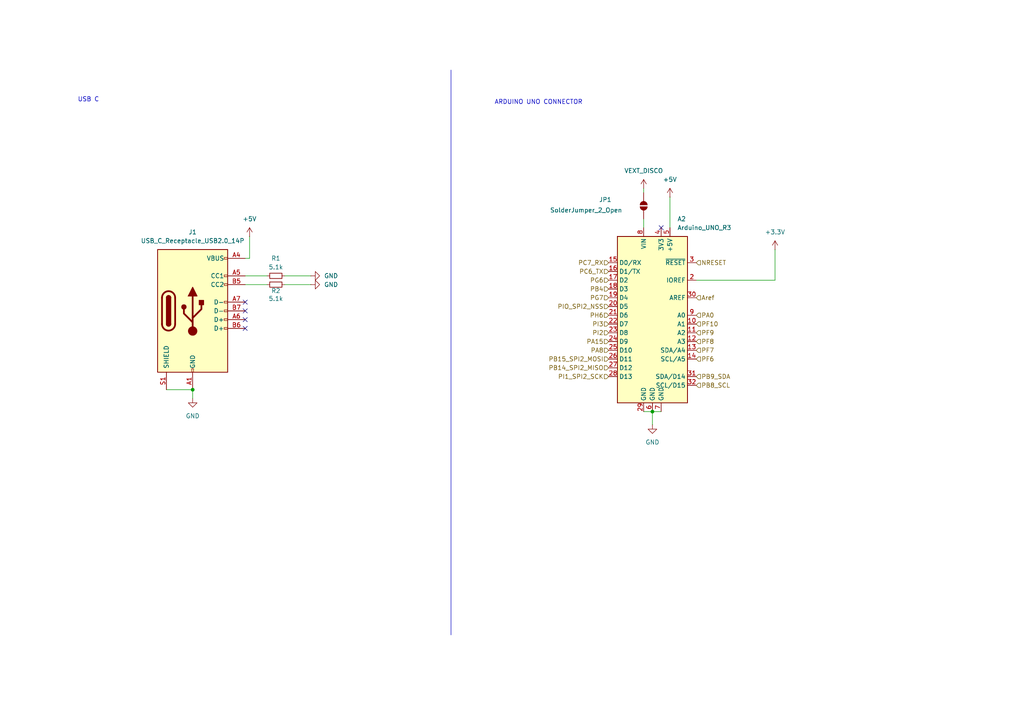
<source format=kicad_sch>
(kicad_sch (version 20250114) (generator "eeschema") (generator_version "9.0")
  (paper "A4")
  (lib_symbols
    (symbol "Connector:USB_C_Receptacle_USB2.0_14P" (pin_names (offset 1.016))
      (property "Reference" "J" (at 0 22.225 0))
      (property "Value" "USB_C_Receptacle_USB2.0_14P" (at 0 19.685 0))
      (symbol "USB_C_Receptacle_USB2.0_14P_0_0"
        (rectangle (start -0.254 -17.78) (end 0.254 -16.764))
        (rectangle (start 10.16 15.494) (end 9.144 14.986))
        (rectangle (start 10.16 10.414) (end 9.144 9.906))
        (rectangle (start 10.16 7.874) (end 9.144 7.366))
        (rectangle (start 10.16 2.794) (end 9.144 2.286))
        (rectangle (start 10.16 0.254) (end 9.144 -0.254))
        (rectangle (start 10.16 -2.286) (end 9.144 -2.794))
        (rectangle (start 10.16 -4.826) (end 9.144 -5.334))
      )
      (symbol "USB_C_Receptacle_USB2.0_14P_0_1"
        (rectangle (start -10.16 17.78) (end 10.16 -17.78) (stroke (width 0.254)) (fill (type background)))
        (polyline (pts (xy -8.89 -3.81) (xy -8.89 3.81)) (stroke (width 0.508)))
        (rectangle (start -7.62 -3.81) (end -6.35 3.81) (stroke (width 0.254)) (fill (type outline)))
        (arc (start -7.62 3.81) (mid -6.985 4.4423) (end -6.35 3.81) (stroke (width 0.254)))
        (arc (start -7.62 3.81) (mid -6.985 4.4423) (end -6.35 3.81) (stroke (width 0.254)) (fill (type outline)))
        (arc (start -8.89 3.81) (mid -6.985 5.7067) (end -5.08 3.81) (stroke (width 0.508)))
        (arc (start -5.08 -3.81) (mid -6.985 -5.7067) (end -8.89 -3.81) (stroke (width 0.508)))
        (arc (start -6.35 -3.81) (mid -6.985 -4.4423) (end -7.62 -3.81) (stroke (width 0.254)))
        (arc (start -6.35 -3.81) (mid -6.985 -4.4423) (end -7.62 -3.81) (stroke (width 0.254)) (fill (type outline)))
        (polyline (pts (xy -5.08 3.81) (xy -5.08 -3.81)) (stroke (width 0.508)))
        (circle (center -2.54 1.143) (radius 0.635) (stroke (width 0.254)) (fill (type outline)))
        (polyline (pts (xy -1.27 4.318) (xy 0 6.858) (xy 1.27 4.318) (xy -1.27 4.318)) (stroke (width 0.254)) (fill (type outline)))
        (polyline (pts (xy 0 -2.032) (xy 2.54 0.508) (xy 2.54 1.778)) (stroke (width 0.508)))
        (polyline (pts (xy 0 -3.302) (xy -2.54 -0.762) (xy -2.54 0.508)) (stroke (width 0.508)))
        (polyline (pts (xy 0 -5.842) (xy 0 4.318)) (stroke (width 0.508)))
        (circle (center 0 -5.842) (radius 1.27) (fill (type outline)))
        (rectangle (start 1.905 1.778) (end 3.175 3.048) (stroke (width 0.254)) (fill (type outline)))
      )
      (symbol "USB_C_Receptacle_USB2.0_14P_1_1"
        (pin passive line (at -7.62 -22.86 90) (length 5.08) (name "SHIELD") (number "S1"))
        (pin passive line (at 0 -22.86 90) (length 5.08) (name "GND") (number "A1"))
        (pin passive line (at 0 -22.86 90) (length 5.08) (hide yes) (name "GND") (number "A12"))
        (pin passive line (at 0 -22.86 90) (length 5.08) (hide yes) (name "GND") (number "B1"))
        (pin passive line (at 0 -22.86 90) (length 5.08) (hide yes) (name "GND") (number "B12"))
        (pin passive line (at 15.24 15.24 180) (length 5.08) (name "VBUS") (number "A4"))
        (pin passive line (at 15.24 15.24 180) (length 5.08) (hide yes) (name "VBUS") (number "A9"))
        (pin passive line (at 15.24 15.24 180) (length 5.08) (hide yes) (name "VBUS") (number "B4"))
        (pin passive line (at 15.24 15.24 180) (length 5.08) (hide yes) (name "VBUS") (number "B9"))
        (pin bidirectional line (at 15.24 10.16 180) (length 5.08) (name "CC1") (number "A5"))
        (pin bidirectional line (at 15.24 7.62 180) (length 5.08) (name "CC2") (number "B5"))
        (pin bidirectional line (at 15.24 2.54 180) (length 5.08) (name "D-") (number "A7"))
        (pin bidirectional line (at 15.24 0 180) (length 5.08) (name "D-") (number "B7"))
        (pin bidirectional line (at 15.24 -2.54 180) (length 5.08) (name "D+") (number "A6"))
        (pin bidirectional line (at 15.24 -5.08 180) (length 5.08) (name "D+") (number "B6"))
      )
    )
    (symbol "Device:R_Small" (pin_numbers (hide yes)) (pin_names (offset 0.254) (hide yes))
      (property "Reference" "R" (at 0.762 0.508 0))
      (property "Value" "R_Small" (at 0.762 -1.016 0))
      (symbol "R_Small_0_1"
        (rectangle (start -0.762 1.778) (end 0.762 -1.778) (stroke (width 0.2032)))
      )
      (symbol "R_Small_1_1"
        (pin passive line (at 0 2.54 270) (length 0.762) (name "~") (number "1"))
        (pin passive line (at 0 -2.54 90) (length 0.762) (name "~") (number "2"))
      )
    )
    (symbol "Jumper:SolderJumper_2_Open" (pin_numbers (hide yes)) (pin_names (offset 0) (hide yes)) (exclude_from_sim yes) (in_bom no)
      (property "Reference" "JP" (at 0 2.032 0))
      (property "Value" "SolderJumper_2_Open" (at 0 -2.54 0))
      (symbol "SolderJumper_2_Open_0_1"
        (polyline (pts (xy -0.254 1.016) (xy -0.254 -1.016)))
        (arc (start -0.254 -1.016) (mid -1.2656 0) (end -0.254 1.016))
        (arc (start -0.254 -1.016) (mid -1.2656 0) (end -0.254 1.016) (fill (type outline)))
        (arc (start 0.254 1.016) (mid 1.2656 0) (end 0.254 -1.016))
        (arc (start 0.254 1.016) (mid 1.2656 0) (end 0.254 -1.016) (fill (type outline)))
        (polyline (pts (xy 0.254 1.016) (xy 0.254 -1.016)))
      )
      (symbol "SolderJumper_2_Open_1_1"
        (pin passive line (at -3.81 0 0) (length 2.54) (name "A") (number "1"))
        (pin passive line (at 3.81 0 180) (length 2.54) (name "B") (number "2"))
      )
    )
    (symbol "MCU_Module:Arduino_UNO_R3"
      (property "Reference" "A2" (at 7.2233 27.94 0))
      (property "Value" "Arduino_UNO_R3" (at 7.2233 25.4 0))
      (symbol "Arduino_UNO_R3_0_1"
        (rectangle (start -10.16 22.86) (end 10.16 -25.4) (stroke (width 0.254)) (fill (type background)))
      )
      (symbol "Arduino_UNO_R3_1_1"
        (pin bidirectional line (at -12.7 15.24 0) (length 2.54) (name "D0/RX") (number "15"))
        (pin bidirectional line (at -12.7 12.7 0) (length 2.54) (name "D1/TX") (number "16"))
        (pin bidirectional line (at -12.7 10.16 0) (length 2.54) (name "D2") (number "17"))
        (pin bidirectional line (at -12.7 7.62 0) (length 2.54) (name "D3") (number "18"))
        (pin bidirectional line (at -12.7 5.08 0) (length 2.54) (name "D4") (number "19"))
        (pin bidirectional line (at -12.7 2.54 0) (length 2.54) (name "D5") (number "20"))
        (pin bidirectional line (at -12.7 0 0) (length 2.54) (name "D6") (number "21"))
        (pin bidirectional line (at -12.7 -2.54 0) (length 2.54) (name "D7") (number "22"))
        (pin bidirectional line (at -12.7 -5.08 0) (length 2.54) (name "D8") (number "23"))
        (pin bidirectional line (at -12.7 -7.62 0) (length 2.54) (name "D9") (number "24"))
        (pin bidirectional line (at -12.7 -10.16 0) (length 2.54) (name "D10") (number "25"))
        (pin bidirectional line (at -12.7 -12.7 0) (length 2.54) (name "D11") (number "26"))
        (pin bidirectional line (at -12.7 -15.24 0) (length 2.54) (name "D12") (number "27"))
        (pin bidirectional line (at -12.7 -17.78 0) (length 2.54) (name "D13") (number "28"))
        (pin no_connect line (at -10.16 -20.32 0) (length 2.54) (hide yes) (name "NC") (number "1"))
        (pin power_in line (at -2.54 25.4 270) (length 2.54) (name "VIN") (number "8"))
        (pin power_in line (at -2.54 -27.94 90) (length 2.54) (name "GND") (number "29"))
        (pin power_in line (at 0 -27.94 90) (length 2.54) (name "GND") (number "6"))
        (pin power_out line (at 2.54 25.4 270) (length 2.54) (name "3V3") (number "4"))
        (pin power_in line (at 2.54 -27.94 90) (length 2.54) (name "GND") (number "7"))
        (pin power_out line (at 5.08 25.4 270) (length 2.54) (name "+5V") (number "5"))
        (pin input line (at 12.7 15.24 180) (length 2.54) (name "~{RESET}") (number "3"))
        (pin output line (at 12.7 10.16 180) (length 2.54) (name "IOREF") (number "2"))
        (pin input line (at 12.7 5.08 180) (length 2.54) (name "AREF") (number "30"))
        (pin bidirectional line (at 12.7 0 180) (length 2.54) (name "A0") (number "9"))
        (pin bidirectional line (at 12.7 -2.54 180) (length 2.54) (name "A1") (number "10"))
        (pin bidirectional line (at 12.7 -5.08 180) (length 2.54) (name "A2") (number "11"))
        (pin bidirectional line (at 12.7 -7.62 180) (length 2.54) (name "A3") (number "12"))
        (pin bidirectional line (at 12.7 -10.16 180) (length 2.54) (name "SDA/A4") (number "13"))
        (pin bidirectional line (at 12.7 -12.7 180) (length 2.54) (name "SCL/A5") (number "14"))
        (pin bidirectional line (at 12.7 -17.78 180) (length 2.54) (name "SDA/D14") (number "31"))
        (pin bidirectional line (at 12.7 -20.32 180) (length 2.54) (name "SCL/D15") (number "32"))
      )
    )
    (symbol "power:+3.3V" (power) (pin_numbers (hide yes)) (pin_names (offset 0) (hide yes))
      (property "Value" "+3.3V" (at 0 3.556 0))
      (symbol "+3.3V_0_1"
        (polyline (pts (xy -0.762 1.27) (xy 0 2.54)))
        (polyline (pts (xy 0 2.54) (xy 0.762 1.27)))
        (polyline (pts (xy 0 0) (xy 0 2.54)))
      )
      (symbol "+3.3V_1_1"
        (pin power_in line (at 0 0 90) (length 0) (name "~") (number "1"))
      )
    )
    (symbol "power:+5V" (power) (pin_numbers (hide yes)) (pin_names (offset 0) (hide yes))
      (property "Value" "+5V" (at 0 3.556 0))
      (symbol "+5V_0_1"
        (polyline (pts (xy -0.762 1.27) (xy 0 2.54)))
        (polyline (pts (xy 0 2.54) (xy 0.762 1.27)))
        (polyline (pts (xy 0 0) (xy 0 2.54)))
      )
      (symbol "+5V_1_1"
        (pin power_in line (at 0 0 90) (length 0) (name "~") (number "1"))
      )
    )
    (symbol "power:GND" (power) (pin_numbers (hide yes)) (pin_names (offset 0) (hide yes))
      (property "Value" "GND" (at 0 -3.81 0))
      (symbol "GND_0_1"
        (polyline (pts (xy 0 0) (xy 0 -1.27) (xy 1.27 -1.27) (xy 0 -2.54) (xy -1.27 -1.27) (xy 0 -1.27)))
      )
      (symbol "GND_1_1"
        (pin power_in line (at 0 0 270) (length 0) (name "~") (number "1"))
      )
    )
    (symbol "power:VDD" (power) (pin_numbers (hide yes)) (pin_names (offset 0) (hide yes))
      (property "Value" "VDD" (at 0 3.556 0))
      (symbol "VDD_0_1"
        (polyline (pts (xy -0.762 1.27) (xy 0 2.54)))
        (polyline (pts (xy 0 2.54) (xy 0.762 1.27)))
        (polyline (pts (xy 0 0) (xy 0 2.54)))
      )
      (symbol "VDD_1_1"
        (pin power_in line (at 0 0 90) (length 0) (name "~") (number "1"))
      )
    )
  )
  (text "USB C\n" (at 25.654 28.956 0) (effects (font (size 1.27 1.27))))
  (text "ARDUINO UNO CONNECTOR" (at 156.21 29.718 0) (effects (font (size 1.27 1.27))))
  (junction (at 55.88 113.03))
  (junction (at 189.23 119.38))
  (no_connect (at 191.77 66.04))
  (no_connect (at 71.12 95.25))
  (no_connect (at 71.12 90.17))
  (no_connect (at 71.12 87.63))
  (no_connect (at 71.12 92.71))
  (wire (pts (xy 72.39 68.58) (xy 72.39 74.93)))
  (wire (pts (xy 71.12 82.55) (xy 77.47 82.55)))
  (wire (pts (xy 82.55 82.55) (xy 90.17 82.55)))
  (polyline (pts (xy 130.81 20.32) (xy 130.81 184.15)))
  (wire (pts (xy 186.69 54.61) (xy 186.69 55.88)))
  (wire (pts (xy 189.23 119.38) (xy 189.23 123.19)))
  (wire (pts (xy 194.31 57.15) (xy 194.31 66.04)))
  (wire (pts (xy 224.79 72.39) (xy 224.79 81.28)))
  (wire (pts (xy 186.69 119.38) (xy 189.23 119.38)))
  (wire (pts (xy 189.23 119.38) (xy 191.77 119.38)))
  (wire (pts (xy 55.88 113.03) (xy 55.88 115.57)))
  (wire (pts (xy 82.55 80.01) (xy 90.17 80.01)))
  (wire (pts (xy 224.79 81.28) (xy 201.93 81.28)))
  (wire (pts (xy 48.26 113.03) (xy 55.88 113.03)))
  (wire (pts (xy 186.69 63.5) (xy 186.69 66.04)))
  (wire (pts (xy 71.12 74.93) (xy 72.39 74.93)))
  (wire (pts (xy 71.12 80.01) (xy 77.47 80.01)))
  (hierarchical_label "PI1_SPI2_SCK" (shape input) (at 176.53 109.22 180))
  (hierarchical_label "PF9" (shape input) (at 201.93 96.52 0))
  (hierarchical_label "PB8_SCL" (shape input) (at 201.93 111.76 0))
  (hierarchical_label "PH6" (shape input) (at 176.53 91.44 180))
  (hierarchical_label "PIO_SPI2_NSS" (shape input) (at 176.53 88.9 180))
  (hierarchical_label "PI2" (shape input) (at 176.53 96.52 180))
  (hierarchical_label "PG7" (shape input) (at 176.53 86.36 180))
  (hierarchical_label "PC6_TX" (shape input) (at 176.53 78.74 180))
  (hierarchical_label "PI3" (shape input) (at 176.53 93.98 180))
  (hierarchical_label "PF10" (shape input) (at 201.93 93.98 0))
  (hierarchical_label "PF7" (shape input) (at 201.93 101.6 0))
  (hierarchical_label "PA0" (shape input) (at 201.93 91.44 0))
  (hierarchical_label "PF6" (shape input) (at 201.93 104.14 0))
  (hierarchical_label "PA8" (shape input) (at 176.53 101.6 180))
  (hierarchical_label "PF8" (shape input) (at 201.93 99.06 0))
  (hierarchical_label "PB15_SPI2_MOSI" (shape input) (at 176.53 104.14 180))
  (hierarchical_label "PA15" (shape input) (at 176.53 99.06 180))
  (hierarchical_label "PB4" (shape input) (at 176.53 83.82 180))
  (hierarchical_label "NRESET" (shape input) (at 201.93 76.2 0))
  (hierarchical_label "PG6" (shape input) (at 176.53 81.28 180))
  (hierarchical_label "PB14_SPI2_MISO" (shape input) (at 176.53 106.68 180))
  (hierarchical_label "PC7_RX" (shape input) (at 176.53 76.2 180))
  (hierarchical_label "Aref" (shape input) (at 201.93 86.36 0))
  (hierarchical_label "PB9_SDA" (shape input) (at 201.93 109.22 0))
  (symbol (lib_id "power:+5V") (at 72.39 68.58 0) (unit 1)
    (property "Reference" "#PWR08" (effects (hide yes)))
    (property "Value" "+5V" (at 72.39 63.5 0))
    (property "Description" "Power symbol creates a global label with name \"+5V\"" (effects (hide yes)))
  )
  (symbol (lib_id "power:GND") (at 189.23 123.19 0) (unit 1)
    (property "Reference" "#PWR05" (effects (hide yes)))
    (property "Value" "GND" (at 189.23 128.27 0))
    (property "Description" "Power symbol creates a global label with name \"GND\" , ground" (effects (hide yes)))
  )
  (symbol (lib_id "Device:R_Small") (at 80.01 80.01 90) (unit 1)
    (property "Reference" "R1" (at 80.01 74.93 90))
    (property "Value" "5.1k" (at 80.01 77.47 90))
    (property "Description" "Resistor, small symbol" (effects (hide yes)))
  )
  (symbol (lib_id "power:+5V") (at 194.31 57.15 0) (unit 1)
    (property "Reference" "#PWR01" (effects (hide yes)))
    (property "Value" "+5V" (at 194.31 52.07 0))
    (property "Description" "Power symbol creates a global label with name \"+5V\"" (effects (hide yes)))
  )
  (symbol (lib_id "power:GND") (at 90.17 80.01 90) (unit 1)
    (property "Reference" "#PWR06" (effects (hide yes)))
    (property "Value" "GND" (at 93.98 80.0099 90) (effects (justify right)))
    (property "Description" "Power symbol creates a global label with name \"GND\" , ground" (effects (hide yes)))
  )
  (symbol (lib_id "power:GND") (at 55.88 115.57 0) (unit 1)
    (property "Reference" "#PWR09" (effects (hide yes)))
    (property "Value" "GND" (at 55.88 120.65 0))
    (property "Description" "Power symbol creates a global label with name \"GND\" , ground" (effects (hide yes)))
  )
  (symbol (lib_id "power:GND") (at 90.17 82.55 90) (unit 1)
    (property "Reference" "#PWR07" (effects (hide yes)))
    (property "Value" "GND" (at 93.98 82.5499 90) (effects (justify right)))
    (property "Description" "Power symbol creates a global label with name \"GND\" , ground" (effects (hide yes)))
  )
  (symbol (lib_id "Device:R_Small") (at 80.01 82.55 90) (unit 1)
    (property "Reference" "R2" (at 80.01 84.328 90))
    (property "Value" "5.1k" (at 80.01 86.614 90))
    (property "Description" "Resistor, small symbol" (effects (hide yes)))
  )
  (symbol (lib_id "power:VDD") (at 186.69 54.61 0) (unit 1)
    (property "Reference" "#PWR04" (effects (hide yes)))
    (property "Value" "VEXT_DISCO" (at 186.69 49.53 0))
    (property "Description" "Power symbol creates a global label with name \"VDD\"" (effects (hide yes)))
  )
  (symbol (lib_id "MCU_Module:Arduino_UNO_R3") (at 189.23 91.44 0) (unit 1)
    (property "Reference" "A2" (at 196.4533 63.5 0) (effects (justify left)))
    (property "Value" "Arduino_UNO_R3" (at 196.4533 66.04 0) (effects (justify left)))
    (property "Footprint" "Module:Arduino_UNO_R3" (effects (hide yes)))
    (property "Datasheet" "https://www.arduino.cc/en/Main/arduinoBoardUno" (effects (hide yes)))
    (property "Description" "Arduino UNO Microcontroller Module, release 3" (effects (hide yes)))
  )
  (symbol (lib_id "Connector:USB_C_Receptacle_USB2.0_14P") (at 55.88 90.17 0) (unit 1)
    (property "Reference" "J1" (at 55.88 67.31 0))
    (property "Value" "USB_C_Receptacle_USB2.0_14P" (at 55.88 69.85 0))
    (property "Datasheet" "https://www.usb.org/sites/default/files/documents/usb_type-c.zip" (effects (hide yes)))
    (property "Description" "USB 2.0-only 14P Type-C Receptacle connector" (effects (hide yes)))
  )
  (symbol (lib_id "power:+3.3V") (at 224.79 72.39 0) (unit 1)
    (property "Reference" "#PWR02" (effects (hide yes)))
    (property "Value" "+3.3V" (at 224.79 67.31 0))
    (property "Description" "Power symbol creates a global label with name \"+3.3V\"" (effects (hide yes)))
  )
  (symbol (lib_id "Jumper:SolderJumper_2_Open") (at 186.69 59.69 90) (unit 1) (exclude_from_sim yes) (in_bom no)
    (property "Reference" "JP1" (at 173.736 57.912 90) (effects (justify right)))
    (property "Value" "SolderJumper_2_Open" (at 159.512 60.96 90) (effects (justify right)))
    (property "Description" "Solder Jumper, 2-pole, open" (effects (hide yes)))
  )
)
</source>
